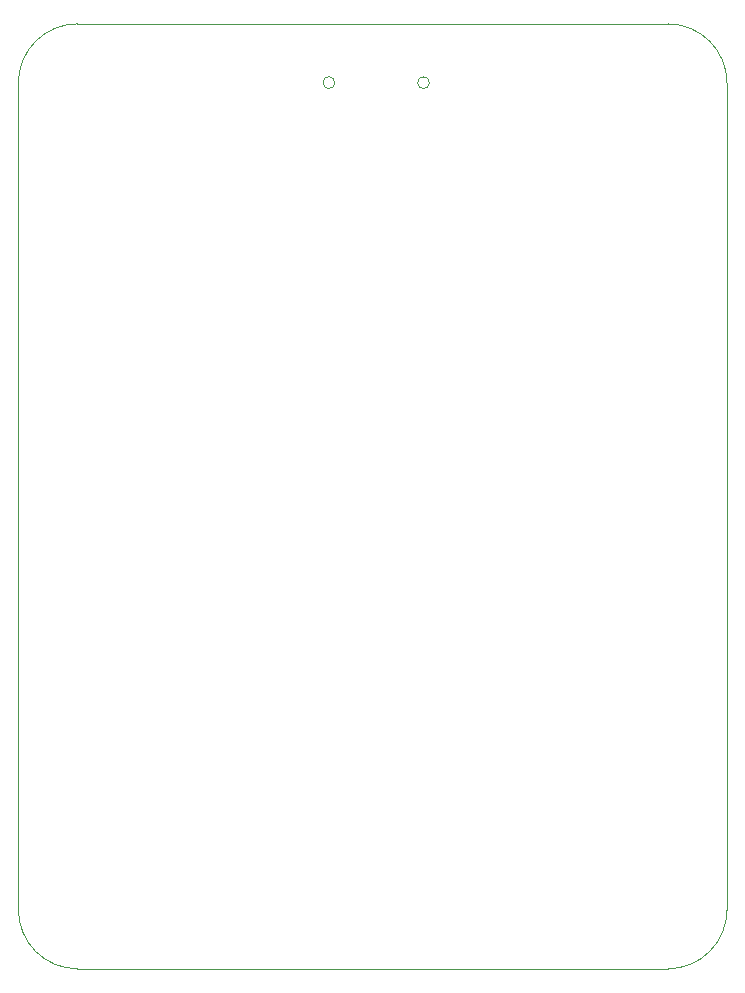
<source format=gbr>
%TF.GenerationSoftware,KiCad,Pcbnew,7.0.9*%
%TF.CreationDate,2024-06-03T19:44:06+03:00*%
%TF.ProjectId,LinuxCore-v2,4c696e75-7843-46f7-9265-2d76322e6b69,rev?*%
%TF.SameCoordinates,Original*%
%TF.FileFunction,Profile,NP*%
%FSLAX46Y46*%
G04 Gerber Fmt 4.6, Leading zero omitted, Abs format (unit mm)*
G04 Created by KiCad (PCBNEW 7.0.9) date 2024-06-03 19:44:06*
%MOMM*%
%LPD*%
G01*
G04 APERTURE LIST*
%TA.AperFunction,Profile*%
%ADD10C,0.100000*%
%TD*%
%TA.AperFunction,Profile*%
%ADD11C,0.120000*%
%TD*%
G04 APERTURE END LIST*
D10*
X176897150Y-129000000D02*
X126897150Y-129000000D01*
X126897150Y-49000000D02*
X176897150Y-49000000D01*
X121897100Y-124000000D02*
G75*
G03*
X126897150Y-129000000I5000000J0D01*
G01*
X181897150Y-54000000D02*
X181897150Y-124000000D01*
X121897150Y-124000000D02*
X121897150Y-54000000D01*
X126897150Y-49000050D02*
G75*
G03*
X121897150Y-54000000I-50J-4999950D01*
G01*
X181897200Y-54000000D02*
G75*
G03*
X176897150Y-49000000I-5000000J0D01*
G01*
X176897150Y-128999950D02*
G75*
G03*
X181897150Y-124000000I50J4999950D01*
G01*
D11*
%TO.C,U7*%
X156697150Y-53975000D02*
G75*
G03*
X156697150Y-53975000I-500000J0D01*
G01*
X148697150Y-53975000D02*
G75*
G03*
X148697150Y-53975000I-500000J0D01*
G01*
%TD*%
M02*

</source>
